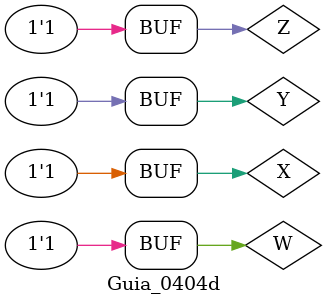
<source format=v>
/*
 Guia_0404d.v - v0.0. - 28 / 08 / 2022
 Autor    : Gabriel Vargas Bento de Souza
 Matricula: 778023
 */

/* 
 Produto das somas
                  ____
F(X, Y, W, Z) =   | |  M (0, 1, 2, 3, 6, 11, 15)
*/

/**
 PoS (0, 1, 2, 3, 6, 11, 15)
 */
module PoS (output S,
            input  X, Y, W, Z);
   assign S = ( X |  Y |  W |  Z)   // 0
            & ( X |  Y |  W | ~Z)   // 1
            & ( X |  Y | ~W |  Z)   // 2
            & ( X |  Y | ~W | ~Z)   // 3 
            & ( X | ~Y | ~W |  Z)   // 6
            & (~X |  Y | ~W | ~Z)   // 11
            & (~X | ~Y | ~W | ~Z);  // 15
endmodule // PoS 

/**
  Guia_0404d.v
 */
module Guia_0404d;
   reg  X, Y, W, Z;
   wire S;
   
   // instancias
   PoS POS (S, X, Y, W, Z);
   
   // valores iniciais
   initial begin: start
      X=1'bx; Y=1'bx; W=1'bx; Z=1'bx; // indefinidos
   end

   // parte principal
   initial begin: main
      // identificacao
       $display("Gabriel Vargas Bento de Souza - 778023");
       $display("Test boolean expression");
       $display("\n04.e) PoS (0, 1, 2, 3, 6, 11, 15)\n");

       // monitoramento
       $display(" X  Y  W  Z  PoS(0, 1, 2, 3, 6, 11, 15)");
       $monitor("%2b %2b %2b %2b %14b", X, Y, W, Z, S);

       // sinalizacao
       #1 X=0; Y=0; W=0; Z=0;
       #1 X=0; Y=0; W=0; Z=1;
       #1 X=0; Y=0; W=1; Z=0;
       #1 X=0; Y=0; W=1; Z=1;
       #1 X=0; Y=1; W=0; Z=0;
       #1 X=0; Y=1; W=0; Z=1;
       #1 X=0; Y=1; W=1; Z=0;
       #1 X=0; Y=1; W=1; Z=1;
       #1 X=1; Y=0; W=0; Z=0;
       #1 X=1; Y=0; W=0; Z=1;
       #1 X=1; Y=0; W=1; Z=0;
       #1 X=1; Y=0; W=1; Z=1;
       #1 X=1; Y=1; W=0; Z=0;
       #1 X=1; Y=1; W=0; Z=1;
       #1 X=1; Y=1; W=1; Z=0;
       #1 X=1; Y=1; W=1; Z=1;
   end
endmodule // Guia_0404d
</source>
